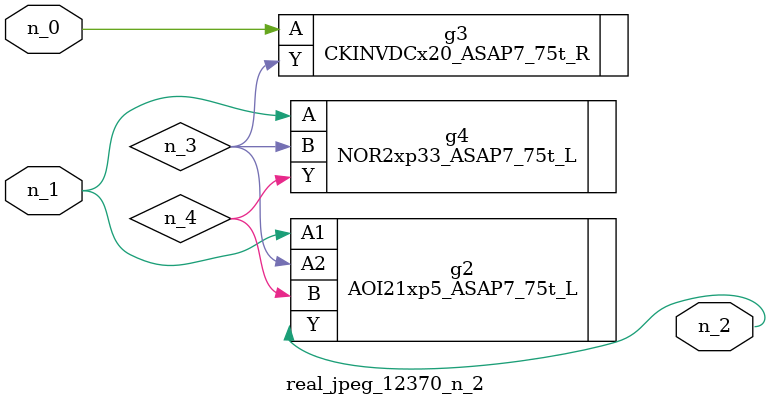
<source format=v>
module real_jpeg_12370_n_2 (n_1, n_0, n_2);

input n_1;
input n_0;

output n_2;

wire n_4;
wire n_3;

CKINVDCx20_ASAP7_75t_R g3 ( 
.A(n_0),
.Y(n_3)
);

AOI21xp5_ASAP7_75t_L g2 ( 
.A1(n_1),
.A2(n_3),
.B(n_4),
.Y(n_2)
);

NOR2xp33_ASAP7_75t_L g4 ( 
.A(n_1),
.B(n_3),
.Y(n_4)
);


endmodule
</source>
